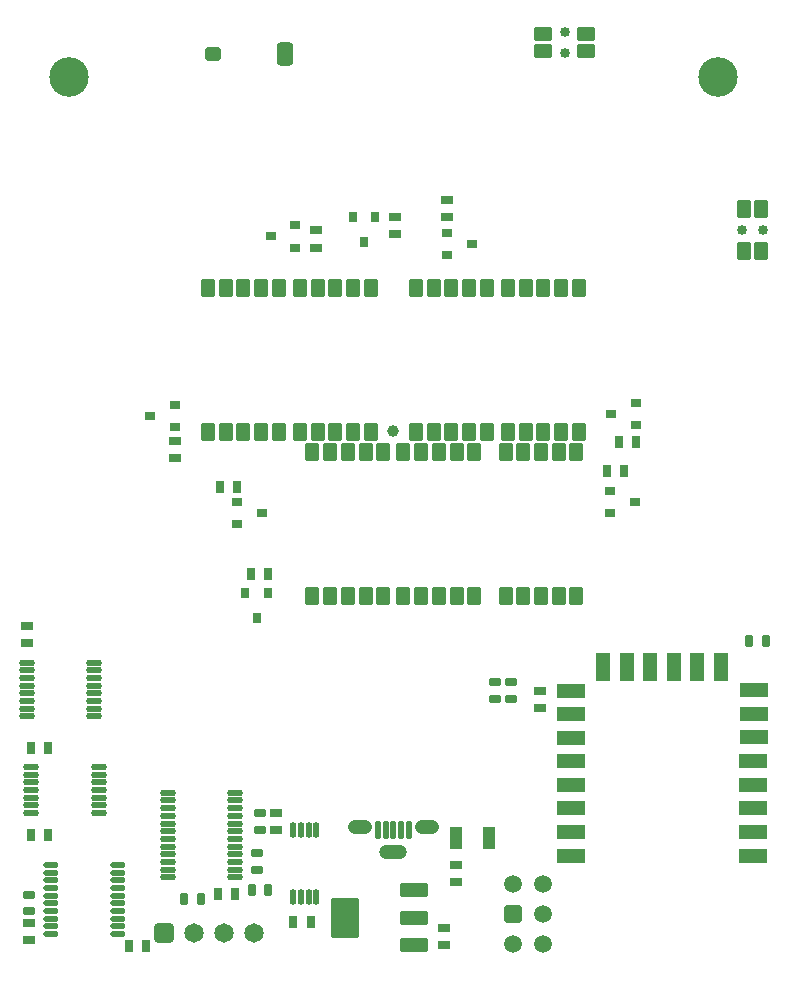
<source format=gbr>
%TF.GenerationSoftware,Altium Limited,Altium Designer,20.1.8 (145)*%
G04 Layer_Color=16711935*
%FSLAX43Y43*%
%MOMM*%
%TF.SameCoordinates,D169B7AB-BDD6-48C1-BF66-756871F3EBFE*%
%TF.FilePolarity,Negative*%
%TF.FileFunction,Soldermask,Bot*%
%TF.Part,Single*%
G01*
G75*
%TA.AperFunction,ComponentPad*%
%ADD51C,1.500*%
G04:AMPARAMS|DCode=52|XSize=1.5mm|YSize=1.5mm|CornerRadius=0.15mm|HoleSize=0mm|Usage=FLASHONLY|Rotation=0.000|XOffset=0mm|YOffset=0mm|HoleType=Round|Shape=RoundedRectangle|*
%AMROUNDEDRECTD52*
21,1,1.500,1.200,0,0,0.0*
21,1,1.200,1.500,0,0,0.0*
1,1,0.300,0.600,-0.600*
1,1,0.300,-0.600,-0.600*
1,1,0.300,-0.600,0.600*
1,1,0.300,0.600,0.600*
%
%ADD52ROUNDEDRECTD52*%
%TA.AperFunction,SMDPad,CuDef*%
G04:AMPARAMS|DCode=78|XSize=1.4mm|YSize=1.2mm|CornerRadius=0.3mm|HoleSize=0mm|Usage=FLASHONLY|Rotation=180.000|XOffset=0mm|YOffset=0mm|HoleType=Round|Shape=RoundedRectangle|*
%AMROUNDEDRECTD78*
21,1,1.400,0.600,0,0,180.0*
21,1,0.800,1.200,0,0,180.0*
1,1,0.600,-0.400,0.300*
1,1,0.600,0.400,0.300*
1,1,0.600,0.400,-0.300*
1,1,0.600,-0.400,-0.300*
%
%ADD78ROUNDEDRECTD78*%
G04:AMPARAMS|DCode=79|XSize=1.4mm|YSize=2mm|CornerRadius=0.35mm|HoleSize=0mm|Usage=FLASHONLY|Rotation=180.000|XOffset=0mm|YOffset=0mm|HoleType=Round|Shape=RoundedRectangle|*
%AMROUNDEDRECTD79*
21,1,1.400,1.300,0,0,180.0*
21,1,0.700,2.000,0,0,180.0*
1,1,0.700,-0.350,0.650*
1,1,0.700,0.350,0.650*
1,1,0.700,0.350,-0.650*
1,1,0.700,-0.350,-0.650*
%
%ADD79ROUNDEDRECTD79*%
G04:AMPARAMS|DCode=88|XSize=1.25mm|YSize=2.45mm|CornerRadius=0.081mm|HoleSize=0mm|Usage=FLASHONLY|Rotation=270.000|XOffset=0mm|YOffset=0mm|HoleType=Round|Shape=RoundedRectangle|*
%AMROUNDEDRECTD88*
21,1,1.250,2.289,0,0,270.0*
21,1,1.089,2.450,0,0,270.0*
1,1,0.161,-1.145,-0.545*
1,1,0.161,-1.145,0.545*
1,1,0.161,1.145,0.545*
1,1,0.161,1.145,-0.545*
%
%ADD88ROUNDEDRECTD88*%
G04:AMPARAMS|DCode=89|XSize=1.25mm|YSize=2.45mm|CornerRadius=0.081mm|HoleSize=0mm|Usage=FLASHONLY|Rotation=180.000|XOffset=0mm|YOffset=0mm|HoleType=Round|Shape=RoundedRectangle|*
%AMROUNDEDRECTD89*
21,1,1.250,2.289,0,0,180.0*
21,1,1.089,2.450,0,0,180.0*
1,1,0.161,-0.545,1.145*
1,1,0.161,0.545,1.145*
1,1,0.161,0.545,-1.145*
1,1,0.161,-0.545,-1.145*
%
%ADD89ROUNDEDRECTD89*%
G04:AMPARAMS|DCode=90|XSize=1.8mm|YSize=1.1mm|CornerRadius=0.08mm|HoleSize=0mm|Usage=FLASHONLY|Rotation=90.000|XOffset=0mm|YOffset=0mm|HoleType=Round|Shape=RoundedRectangle|*
%AMROUNDEDRECTD90*
21,1,1.800,0.941,0,0,90.0*
21,1,1.641,1.100,0,0,90.0*
1,1,0.160,0.470,0.820*
1,1,0.160,0.470,-0.820*
1,1,0.160,-0.470,-0.820*
1,1,0.160,-0.470,0.820*
%
%ADD90ROUNDEDRECTD90*%
%ADD91O,1.300X0.550*%
G04:AMPARAMS|DCode=92|XSize=3.4mm|YSize=2.3mm|CornerRadius=0.086mm|HoleSize=0mm|Usage=FLASHONLY|Rotation=90.000|XOffset=0mm|YOffset=0mm|HoleType=Round|Shape=RoundedRectangle|*
%AMROUNDEDRECTD92*
21,1,3.400,2.128,0,0,90.0*
21,1,3.229,2.300,0,0,90.0*
1,1,0.172,1.064,1.614*
1,1,0.172,1.064,-1.614*
1,1,0.172,-1.064,-1.614*
1,1,0.172,-1.064,1.614*
%
%ADD92ROUNDEDRECTD92*%
G04:AMPARAMS|DCode=93|XSize=1.15mm|YSize=2.3mm|CornerRadius=0.08mm|HoleSize=0mm|Usage=FLASHONLY|Rotation=90.000|XOffset=0mm|YOffset=0mm|HoleType=Round|Shape=RoundedRectangle|*
%AMROUNDEDRECTD93*
21,1,1.150,2.140,0,0,90.0*
21,1,0.990,2.300,0,0,90.0*
1,1,0.160,1.070,0.495*
1,1,0.160,1.070,-0.495*
1,1,0.160,-1.070,-0.495*
1,1,0.160,-1.070,0.495*
%
%ADD93ROUNDEDRECTD93*%
G04:AMPARAMS|DCode=94|XSize=1mm|YSize=0.75mm|CornerRadius=0.078mm|HoleSize=0mm|Usage=FLASHONLY|Rotation=180.000|XOffset=0mm|YOffset=0mm|HoleType=Round|Shape=RoundedRectangle|*
%AMROUNDEDRECTD94*
21,1,1.000,0.594,0,0,180.0*
21,1,0.844,0.750,0,0,180.0*
1,1,0.156,-0.422,0.297*
1,1,0.156,0.422,0.297*
1,1,0.156,0.422,-0.297*
1,1,0.156,-0.422,-0.297*
%
%ADD94ROUNDEDRECTD94*%
G04:AMPARAMS|DCode=95|XSize=1mm|YSize=0.75mm|CornerRadius=0.078mm|HoleSize=0mm|Usage=FLASHONLY|Rotation=270.000|XOffset=0mm|YOffset=0mm|HoleType=Round|Shape=RoundedRectangle|*
%AMROUNDEDRECTD95*
21,1,1.000,0.594,0,0,270.0*
21,1,0.844,0.750,0,0,270.0*
1,1,0.156,-0.297,-0.422*
1,1,0.156,-0.297,0.422*
1,1,0.156,0.297,0.422*
1,1,0.156,0.297,-0.422*
%
%ADD95ROUNDEDRECTD95*%
%ADD96O,1.350X0.550*%
%ADD97O,0.550X1.350*%
G04:AMPARAMS|DCode=98|XSize=0.7mm|YSize=0.85mm|CornerRadius=0.078mm|HoleSize=0mm|Usage=FLASHONLY|Rotation=270.000|XOffset=0mm|YOffset=0mm|HoleType=Round|Shape=RoundedRectangle|*
%AMROUNDEDRECTD98*
21,1,0.700,0.695,0,0,270.0*
21,1,0.545,0.850,0,0,270.0*
1,1,0.156,-0.347,-0.272*
1,1,0.156,-0.347,0.272*
1,1,0.156,0.347,0.272*
1,1,0.156,0.347,-0.272*
%
%ADD98ROUNDEDRECTD98*%
G04:AMPARAMS|DCode=99|XSize=0.7mm|YSize=0.85mm|CornerRadius=0.078mm|HoleSize=0mm|Usage=FLASHONLY|Rotation=180.000|XOffset=0mm|YOffset=0mm|HoleType=Round|Shape=RoundedRectangle|*
%AMROUNDEDRECTD99*
21,1,0.700,0.695,0,0,180.0*
21,1,0.545,0.850,0,0,180.0*
1,1,0.156,-0.272,0.347*
1,1,0.156,0.272,0.347*
1,1,0.156,0.272,-0.347*
1,1,0.156,-0.272,-0.347*
%
%ADD99ROUNDEDRECTD99*%
G04:AMPARAMS|DCode=100|XSize=0.53mm|YSize=1.58mm|CornerRadius=0.153mm|HoleSize=0mm|Usage=FLASHONLY|Rotation=180.000|XOffset=0mm|YOffset=0mm|HoleType=Round|Shape=RoundedRectangle|*
%AMROUNDEDRECTD100*
21,1,0.530,1.275,0,0,180.0*
21,1,0.225,1.580,0,0,180.0*
1,1,0.305,-0.113,0.638*
1,1,0.305,0.113,0.638*
1,1,0.305,0.113,-0.638*
1,1,0.305,-0.113,-0.638*
%
%ADD100ROUNDEDRECTD100*%
G04:AMPARAMS|DCode=101|XSize=1mm|YSize=0.65mm|CornerRadius=0.078mm|HoleSize=0mm|Usage=FLASHONLY|Rotation=0.000|XOffset=0mm|YOffset=0mm|HoleType=Round|Shape=RoundedRectangle|*
%AMROUNDEDRECTD101*
21,1,1.000,0.495,0,0,0.0*
21,1,0.845,0.650,0,0,0.0*
1,1,0.155,0.422,-0.248*
1,1,0.155,-0.422,-0.248*
1,1,0.155,-0.422,0.248*
1,1,0.155,0.422,0.248*
%
%ADD101ROUNDEDRECTD101*%
G04:AMPARAMS|DCode=102|XSize=1mm|YSize=0.65mm|CornerRadius=0.078mm|HoleSize=0mm|Usage=FLASHONLY|Rotation=90.000|XOffset=0mm|YOffset=0mm|HoleType=Round|Shape=RoundedRectangle|*
%AMROUNDEDRECTD102*
21,1,1.000,0.495,0,0,90.0*
21,1,0.845,0.650,0,0,90.0*
1,1,0.155,0.248,0.422*
1,1,0.155,0.248,-0.422*
1,1,0.155,-0.248,-0.422*
1,1,0.155,-0.248,0.422*
%
%ADD102ROUNDEDRECTD102*%
G04:AMPARAMS|DCode=103|XSize=1.15mm|YSize=1.511mm|CornerRadius=0.08mm|HoleSize=0mm|Usage=FLASHONLY|Rotation=180.000|XOffset=0mm|YOffset=0mm|HoleType=Round|Shape=RoundedRectangle|*
%AMROUNDEDRECTD103*
21,1,1.150,1.351,0,0,180.0*
21,1,0.990,1.511,0,0,180.0*
1,1,0.160,-0.495,0.676*
1,1,0.160,0.495,0.676*
1,1,0.160,0.495,-0.676*
1,1,0.160,-0.495,-0.676*
%
%ADD103ROUNDEDRECTD103*%
G04:AMPARAMS|DCode=104|XSize=1.5mm|YSize=1.15mm|CornerRadius=0.055mm|HoleSize=0mm|Usage=FLASHONLY|Rotation=270.000|XOffset=0mm|YOffset=0mm|HoleType=Round|Shape=RoundedRectangle|*
%AMROUNDEDRECTD104*
21,1,1.500,1.040,0,0,270.0*
21,1,1.390,1.150,0,0,270.0*
1,1,0.111,-0.520,-0.695*
1,1,0.111,-0.520,0.695*
1,1,0.111,0.520,0.695*
1,1,0.111,0.520,-0.695*
%
%ADD104ROUNDEDRECTD104*%
G04:AMPARAMS|DCode=105|XSize=1.5mm|YSize=1.15mm|CornerRadius=0.055mm|HoleSize=0mm|Usage=FLASHONLY|Rotation=0.000|XOffset=0mm|YOffset=0mm|HoleType=Round|Shape=RoundedRectangle|*
%AMROUNDEDRECTD105*
21,1,1.500,1.040,0,0,0.0*
21,1,1.390,1.150,0,0,0.0*
1,1,0.111,0.695,-0.520*
1,1,0.111,-0.695,-0.520*
1,1,0.111,-0.695,0.520*
1,1,0.111,0.695,0.520*
%
%ADD105ROUNDEDRECTD105*%
%TA.AperFunction,ComponentPad*%
%ADD106O,2.050X1.250*%
%ADD107O,2.350X1.250*%
%ADD108C,0.850*%
G04:AMPARAMS|DCode=109|XSize=1.65mm|YSize=1.65mm|CornerRadius=0.263mm|HoleSize=0mm|Usage=FLASHONLY|Rotation=0.000|XOffset=0mm|YOffset=0mm|HoleType=Round|Shape=RoundedRectangle|*
%AMROUNDEDRECTD109*
21,1,1.650,1.125,0,0,0.0*
21,1,1.125,1.650,0,0,0.0*
1,1,0.525,0.563,-0.563*
1,1,0.525,-0.563,-0.563*
1,1,0.525,-0.563,0.563*
1,1,0.525,0.563,0.563*
%
%ADD109ROUNDEDRECTD109*%
%ADD110C,1.650*%
%TA.AperFunction,ViaPad*%
%ADD111C,3.350*%
%ADD112C,1.000*%
D51*
X1045150Y1006665D02*
D03*
Y1004125D02*
D03*
Y1001585D02*
D03*
X1042610D02*
D03*
Y1006665D02*
D03*
D52*
Y1004125D02*
D03*
D78*
X1017200Y1076925D02*
D03*
D79*
X1023300D02*
D03*
D88*
X1062975Y1009056D02*
D03*
Y1011037D02*
D03*
Y1013069D02*
D03*
Y1015050D02*
D03*
Y1017057D02*
D03*
X1063000Y1019063D02*
D03*
Y1021044D02*
D03*
X1047579Y1023026D02*
D03*
Y1019038D02*
D03*
Y1017057D02*
D03*
Y1015025D02*
D03*
Y1013043D02*
D03*
Y1011037D02*
D03*
X1063000Y1023051D02*
D03*
X1047579Y1021019D02*
D03*
Y1009056D02*
D03*
D89*
X1060281Y1025008D02*
D03*
X1058249D02*
D03*
X1056268D02*
D03*
X1054236D02*
D03*
X1052255D02*
D03*
X1050273D02*
D03*
D90*
X1037833Y1010500D02*
D03*
X1040633D02*
D03*
D91*
X1003548Y1002407D02*
D03*
Y1003057D02*
D03*
Y1003707D02*
D03*
Y1004357D02*
D03*
Y1005007D02*
D03*
Y1005657D02*
D03*
Y1006307D02*
D03*
Y1006957D02*
D03*
Y1007607D02*
D03*
Y1008257D02*
D03*
X1009148Y1002407D02*
D03*
Y1003057D02*
D03*
Y1003707D02*
D03*
Y1004357D02*
D03*
Y1005007D02*
D03*
Y1005657D02*
D03*
Y1006307D02*
D03*
Y1006957D02*
D03*
Y1007607D02*
D03*
Y1008257D02*
D03*
D92*
X1028375Y1003800D02*
D03*
D93*
X1034225Y1001500D02*
D03*
Y1003800D02*
D03*
Y1006100D02*
D03*
D94*
X1001466Y1028499D02*
D03*
Y1027049D02*
D03*
X1037048Y1064531D02*
D03*
Y1063081D02*
D03*
X1013997Y1044137D02*
D03*
Y1042687D02*
D03*
X1025974Y1061978D02*
D03*
Y1060528D02*
D03*
X1032650Y1063125D02*
D03*
Y1061675D02*
D03*
X1037833Y1008250D02*
D03*
Y1006800D02*
D03*
X1036825Y1002950D02*
D03*
Y1001500D02*
D03*
X1022604Y1011230D02*
D03*
Y1012680D02*
D03*
X1044950Y1023026D02*
D03*
Y1021576D02*
D03*
X1001641Y1001937D02*
D03*
Y1003387D02*
D03*
D95*
X1019104Y1005774D02*
D03*
X1017654D02*
D03*
X1051999Y1041647D02*
D03*
X1050549D02*
D03*
X1020424Y1032881D02*
D03*
X1021874D02*
D03*
X1051608Y1044052D02*
D03*
X1053058D02*
D03*
X1019265Y1040257D02*
D03*
X1017815D02*
D03*
X1011542Y1001421D02*
D03*
X1010092D02*
D03*
X1025492Y1003400D02*
D03*
X1024042D02*
D03*
X1001847Y1010793D02*
D03*
X1003297D02*
D03*
Y1018159D02*
D03*
X1001847D02*
D03*
D96*
X1013404Y1007218D02*
D03*
Y1007868D02*
D03*
Y1008518D02*
D03*
Y1009168D02*
D03*
Y1009818D02*
D03*
Y1010468D02*
D03*
Y1011118D02*
D03*
Y1011768D02*
D03*
Y1012418D02*
D03*
Y1013068D02*
D03*
Y1013718D02*
D03*
Y1014368D02*
D03*
X1019104Y1007218D02*
D03*
Y1007868D02*
D03*
Y1008518D02*
D03*
Y1009168D02*
D03*
Y1009818D02*
D03*
Y1010468D02*
D03*
Y1011118D02*
D03*
Y1011768D02*
D03*
Y1012418D02*
D03*
Y1013068D02*
D03*
Y1013718D02*
D03*
Y1014368D02*
D03*
X1001847Y1012653D02*
D03*
Y1013303D02*
D03*
Y1013953D02*
D03*
Y1014603D02*
D03*
Y1015253D02*
D03*
Y1015903D02*
D03*
Y1016553D02*
D03*
X1007547Y1012653D02*
D03*
Y1013303D02*
D03*
Y1013953D02*
D03*
Y1014603D02*
D03*
Y1015253D02*
D03*
Y1015903D02*
D03*
Y1016553D02*
D03*
X1007166Y1025387D02*
D03*
Y1024737D02*
D03*
Y1024087D02*
D03*
Y1023437D02*
D03*
Y1022787D02*
D03*
Y1022137D02*
D03*
Y1021487D02*
D03*
Y1020837D02*
D03*
X1001466Y1025387D02*
D03*
Y1024737D02*
D03*
Y1024087D02*
D03*
Y1023437D02*
D03*
Y1022787D02*
D03*
Y1022137D02*
D03*
Y1021487D02*
D03*
Y1020837D02*
D03*
D97*
X1025992Y1005530D02*
D03*
X1025342D02*
D03*
X1024692D02*
D03*
X1024042D02*
D03*
X1025992Y1011230D02*
D03*
X1025342D02*
D03*
X1024692D02*
D03*
X1024042D02*
D03*
D98*
X1039148Y1060831D02*
D03*
X1037048Y1061781D02*
D03*
Y1059881D02*
D03*
X1052959Y1038981D02*
D03*
X1050859Y1039931D02*
D03*
Y1038031D02*
D03*
X1011897Y1046270D02*
D03*
X1013997Y1045320D02*
D03*
Y1047220D02*
D03*
X1022100Y1061478D02*
D03*
X1024200Y1060528D02*
D03*
Y1062428D02*
D03*
X1050958Y1046460D02*
D03*
X1053058Y1045510D02*
D03*
Y1047410D02*
D03*
X1021365Y1038037D02*
D03*
X1019265Y1038987D02*
D03*
Y1037087D02*
D03*
D99*
X1020924Y1029164D02*
D03*
X1021874Y1031264D02*
D03*
X1019974D02*
D03*
X1030000Y1061025D02*
D03*
X1030950Y1063125D02*
D03*
X1029050D02*
D03*
D100*
X1033160Y1011234D02*
D03*
X1033810D02*
D03*
X1031860D02*
D03*
X1031210D02*
D03*
X1032510D02*
D03*
D101*
X1020975Y1007868D02*
D03*
Y1009268D02*
D03*
X1021207Y1011230D02*
D03*
Y1012630D02*
D03*
X1041075Y1022333D02*
D03*
Y1023733D02*
D03*
X1001650Y1004357D02*
D03*
Y1005757D02*
D03*
X1042451Y1022333D02*
D03*
Y1023733D02*
D03*
D102*
X1064025Y1027200D02*
D03*
X1062625D02*
D03*
X1016185Y1005387D02*
D03*
X1014785D02*
D03*
X1020527Y1006169D02*
D03*
X1021927D02*
D03*
D103*
X1038900Y1044918D02*
D03*
X1037400D02*
D03*
X1035900D02*
D03*
X1034400D02*
D03*
X1040400D02*
D03*
X1038900Y1057082D02*
D03*
X1035900D02*
D03*
X1037400D02*
D03*
X1034400D02*
D03*
X1040400D02*
D03*
X1029100Y1044918D02*
D03*
X1027600D02*
D03*
X1026100D02*
D03*
X1024600D02*
D03*
X1030600D02*
D03*
X1029100Y1057082D02*
D03*
X1026100D02*
D03*
X1027600D02*
D03*
X1024600D02*
D03*
X1030600D02*
D03*
X1046501Y1031018D02*
D03*
X1045001D02*
D03*
X1043501D02*
D03*
X1042001D02*
D03*
X1048001D02*
D03*
X1046501Y1043182D02*
D03*
X1043501D02*
D03*
X1045001D02*
D03*
X1042001D02*
D03*
X1048001D02*
D03*
X1046700Y1044918D02*
D03*
X1045200D02*
D03*
X1043700D02*
D03*
X1042200D02*
D03*
X1048200D02*
D03*
X1046700Y1057082D02*
D03*
X1043700D02*
D03*
X1045200D02*
D03*
X1042200D02*
D03*
X1048200D02*
D03*
X1037850Y1031018D02*
D03*
X1036350D02*
D03*
X1034850D02*
D03*
X1033350D02*
D03*
X1039350D02*
D03*
X1037850Y1043182D02*
D03*
X1034850D02*
D03*
X1036350D02*
D03*
X1033350D02*
D03*
X1039350D02*
D03*
X1030150Y1031018D02*
D03*
X1028650D02*
D03*
X1027150D02*
D03*
X1025650D02*
D03*
X1031650D02*
D03*
X1030150Y1043182D02*
D03*
X1027150D02*
D03*
X1028650D02*
D03*
X1025650D02*
D03*
X1031650D02*
D03*
X1021300Y1044918D02*
D03*
X1019800D02*
D03*
X1018300D02*
D03*
X1016800D02*
D03*
X1022800D02*
D03*
X1021300Y1057082D02*
D03*
X1018300D02*
D03*
X1019800D02*
D03*
X1016800D02*
D03*
X1022800D02*
D03*
D104*
X1062186Y1060200D02*
D03*
X1063636D02*
D03*
Y1063800D02*
D03*
X1062186D02*
D03*
D105*
X1048800Y1077183D02*
D03*
Y1078633D02*
D03*
X1045200D02*
D03*
Y1077183D02*
D03*
D106*
X1029710Y1011484D02*
D03*
X1035310D02*
D03*
D107*
X1032510Y1009334D02*
D03*
D108*
X1063811Y1062000D02*
D03*
X1062011D02*
D03*
X1047000Y1078808D02*
D03*
Y1077008D02*
D03*
D109*
X1013095Y1002503D02*
D03*
D110*
X1015635D02*
D03*
X1018175D02*
D03*
X1020715D02*
D03*
D111*
X1060000Y1075000D02*
D03*
X1005000D02*
D03*
D112*
X1032500Y1045000D02*
D03*
%TF.MD5,64d5c59a4ba4e07e3d7af85dabc4b831*%
M02*

</source>
